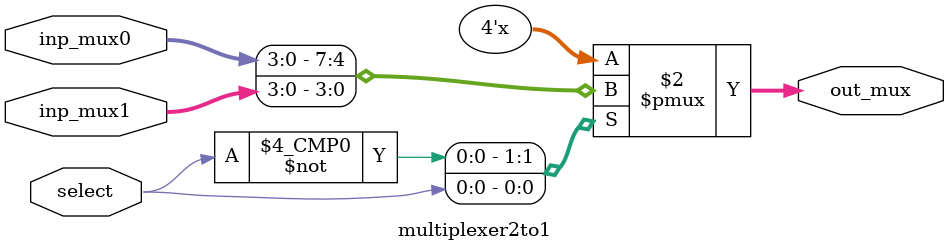
<source format=v>
module multiplexer2to1 #(parameter W = 4)
  (
	input [W-1:0] inp_mux0, 
	input [W-1:0] inp_mux1, 
	input [0:0] select, 
	output reg [W-1:0] out_mux
  );
	
	always @(*) 
	begin
		case (select)
			1'b0: out_mux = inp_mux0;
			1'b1: out_mux = inp_mux1;
		endcase
	end
	
endmodule

</source>
